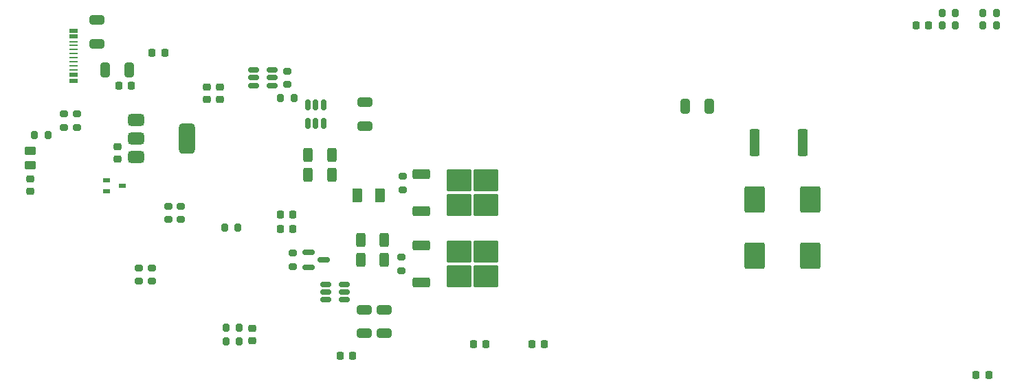
<source format=gbr>
%TF.GenerationSoftware,KiCad,Pcbnew,8.0.0-1.fc39*%
%TF.CreationDate,2024-03-15T22:49:02+01:00*%
%TF.ProjectId,pulsarPCB,70756c73-6172-4504-9342-2e6b69636164,rev?*%
%TF.SameCoordinates,Original*%
%TF.FileFunction,Paste,Top*%
%TF.FilePolarity,Positive*%
%FSLAX46Y46*%
G04 Gerber Fmt 4.6, Leading zero omitted, Abs format (unit mm)*
G04 Created by KiCad (PCBNEW 8.0.0-1.fc39) date 2024-03-15 22:49:02*
%MOMM*%
%LPD*%
G01*
G04 APERTURE LIST*
G04 Aperture macros list*
%AMRoundRect*
0 Rectangle with rounded corners*
0 $1 Rounding radius*
0 $2 $3 $4 $5 $6 $7 $8 $9 X,Y pos of 4 corners*
0 Add a 4 corners polygon primitive as box body*
4,1,4,$2,$3,$4,$5,$6,$7,$8,$9,$2,$3,0*
0 Add four circle primitives for the rounded corners*
1,1,$1+$1,$2,$3*
1,1,$1+$1,$4,$5*
1,1,$1+$1,$6,$7*
1,1,$1+$1,$8,$9*
0 Add four rect primitives between the rounded corners*
20,1,$1+$1,$2,$3,$4,$5,0*
20,1,$1+$1,$4,$5,$6,$7,0*
20,1,$1+$1,$6,$7,$8,$9,0*
20,1,$1+$1,$8,$9,$2,$3,0*%
G04 Aperture macros list end*
%ADD10RoundRect,0.218750X-0.218750X-0.256250X0.218750X-0.256250X0.218750X0.256250X-0.218750X0.256250X0*%
%ADD11RoundRect,0.225000X0.250000X-0.225000X0.250000X0.225000X-0.250000X0.225000X-0.250000X-0.225000X0*%
%ADD12RoundRect,0.225000X0.225000X0.250000X-0.225000X0.250000X-0.225000X-0.250000X0.225000X-0.250000X0*%
%ADD13RoundRect,0.225000X-0.250000X0.225000X-0.250000X-0.225000X0.250000X-0.225000X0.250000X0.225000X0*%
%ADD14RoundRect,0.250000X0.325000X0.650000X-0.325000X0.650000X-0.325000X-0.650000X0.325000X-0.650000X0*%
%ADD15RoundRect,0.250000X-0.312500X-0.625000X0.312500X-0.625000X0.312500X0.625000X-0.312500X0.625000X0*%
%ADD16RoundRect,0.250000X0.650000X-0.325000X0.650000X0.325000X-0.650000X0.325000X-0.650000X-0.325000X0*%
%ADD17RoundRect,0.200000X-0.200000X-0.275000X0.200000X-0.275000X0.200000X0.275000X-0.200000X0.275000X0*%
%ADD18RoundRect,0.250000X-0.850000X-0.350000X0.850000X-0.350000X0.850000X0.350000X-0.850000X0.350000X0*%
%ADD19RoundRect,0.250000X-1.275000X-1.125000X1.275000X-1.125000X1.275000X1.125000X-1.275000X1.125000X0*%
%ADD20RoundRect,0.200000X0.200000X0.275000X-0.200000X0.275000X-0.200000X-0.275000X0.200000X-0.275000X0*%
%ADD21R,0.950000X0.500000*%
%ADD22RoundRect,0.250000X0.312500X0.625000X-0.312500X0.625000X-0.312500X-0.625000X0.312500X-0.625000X0*%
%ADD23RoundRect,0.200000X-0.275000X0.200000X-0.275000X-0.200000X0.275000X-0.200000X0.275000X0.200000X0*%
%ADD24RoundRect,0.250000X1.000000X-1.400000X1.000000X1.400000X-1.000000X1.400000X-1.000000X-1.400000X0*%
%ADD25RoundRect,0.150000X-0.150000X0.512500X-0.150000X-0.512500X0.150000X-0.512500X0.150000X0.512500X0*%
%ADD26RoundRect,0.150000X0.512500X0.150000X-0.512500X0.150000X-0.512500X-0.150000X0.512500X-0.150000X0*%
%ADD27RoundRect,0.150000X-0.512500X-0.150000X0.512500X-0.150000X0.512500X0.150000X-0.512500X0.150000X0*%
%ADD28RoundRect,0.200000X0.275000X-0.200000X0.275000X0.200000X-0.275000X0.200000X-0.275000X-0.200000X0*%
%ADD29RoundRect,0.250000X-0.450000X0.262500X-0.450000X-0.262500X0.450000X-0.262500X0.450000X0.262500X0*%
%ADD30R,1.000000X0.520000*%
%ADD31R,1.000000X0.270000*%
%ADD32RoundRect,0.150000X-0.587500X-0.150000X0.587500X-0.150000X0.587500X0.150000X-0.587500X0.150000X0*%
%ADD33RoundRect,0.250000X-0.375000X-0.625000X0.375000X-0.625000X0.375000X0.625000X-0.375000X0.625000X0*%
%ADD34RoundRect,0.250000X-0.325000X-0.650000X0.325000X-0.650000X0.325000X0.650000X-0.325000X0.650000X0*%
%ADD35RoundRect,0.250000X-0.362500X-1.425000X0.362500X-1.425000X0.362500X1.425000X-0.362500X1.425000X0*%
%ADD36RoundRect,0.375000X-0.625000X-0.375000X0.625000X-0.375000X0.625000X0.375000X-0.625000X0.375000X0*%
%ADD37RoundRect,0.500000X-0.500000X-1.400000X0.500000X-1.400000X0.500000X1.400000X-0.500000X1.400000X0*%
G04 APERTURE END LIST*
D10*
%TO.C,D8*%
X182987500Y-60800000D03*
X184562500Y-60800000D03*
%TD*%
%TO.C,D6*%
X199412500Y-59400000D03*
X200987500Y-59400000D03*
%TD*%
%TO.C,D5*%
X261333267Y-63200000D03*
X262908267Y-63200000D03*
%TD*%
%TO.C,D4*%
X206612500Y-59400000D03*
X208187500Y-59400000D03*
%TD*%
D11*
%TO.C,C20*%
X155600000Y-36575000D03*
X155600000Y-35025000D03*
%TD*%
D12*
%TO.C,C19*%
X157275000Y-27500000D03*
X155725000Y-27500000D03*
%TD*%
D13*
%TO.C,C15*%
X168200000Y-27625000D03*
X168200000Y-29175000D03*
%TD*%
%TO.C,C14*%
X166600000Y-27625000D03*
X166600000Y-29175000D03*
%TD*%
%TO.C,C27*%
X172132500Y-57455000D03*
X172132500Y-59005000D03*
%TD*%
D12*
%TO.C,C9*%
X255500000Y-20000000D03*
X253950000Y-20000000D03*
%TD*%
D14*
%TO.C,C4*%
X228475000Y-30000000D03*
X225525000Y-30000000D03*
%TD*%
D15*
%TO.C,R4*%
X179037500Y-38500000D03*
X181962500Y-38500000D03*
%TD*%
D16*
%TO.C,C23*%
X185988485Y-58075000D03*
X185988485Y-55125000D03*
%TD*%
D17*
%TO.C,R9*%
X257175000Y-20000000D03*
X258825000Y-20000000D03*
%TD*%
D18*
%TO.C,Q3*%
X193000000Y-47245000D03*
D19*
X197625000Y-48000000D03*
X197625000Y-51050000D03*
X200975000Y-48000000D03*
X200975000Y-51050000D03*
D18*
X193000000Y-51805000D03*
%TD*%
D17*
%TO.C,R11*%
X168750000Y-45000000D03*
X170400000Y-45000000D03*
%TD*%
D20*
%TO.C,R33*%
X263825000Y-20000000D03*
X262175000Y-20000000D03*
%TD*%
D10*
%TO.C,D11*%
X159825000Y-23400000D03*
X161400000Y-23400000D03*
%TD*%
D12*
%TO.C,C6*%
X177175000Y-45200000D03*
X175625000Y-45200000D03*
%TD*%
D21*
%TO.C,D12*%
X154200000Y-39200000D03*
X154200000Y-40500000D03*
X156150000Y-39850000D03*
%TD*%
D22*
%TO.C,R5*%
X181962500Y-36000000D03*
X179037500Y-36000000D03*
%TD*%
D23*
%TO.C,R20*%
X190500000Y-48675000D03*
X190500000Y-50325000D03*
%TD*%
D24*
%TO.C,D3*%
X234100000Y-48500000D03*
X240900000Y-48500000D03*
%TD*%
D16*
%TO.C,C3*%
X186025000Y-32475000D03*
X186025000Y-29525000D03*
%TD*%
D17*
%TO.C,R6*%
X175675000Y-29000000D03*
X177325000Y-29000000D03*
%TD*%
D15*
%TO.C,R23*%
X185537500Y-49000000D03*
X188462500Y-49000000D03*
%TD*%
D25*
%TO.C,U2*%
X180950000Y-29862500D03*
X180000000Y-29862500D03*
X179050000Y-29862500D03*
X179050000Y-32137500D03*
X180000000Y-32137500D03*
X180950000Y-32137500D03*
%TD*%
D16*
%TO.C,C24*%
X188400000Y-58075000D03*
X188400000Y-55125000D03*
%TD*%
D26*
%TO.C,U4*%
X174637500Y-27450000D03*
X174637500Y-26500000D03*
X174637500Y-25550000D03*
X172362500Y-25550000D03*
X172362500Y-26500000D03*
X172362500Y-27450000D03*
%TD*%
D27*
%TO.C,U3*%
X181225000Y-52000000D03*
X181225000Y-52950000D03*
X181225000Y-53900000D03*
X183500000Y-53900000D03*
X183500000Y-52950000D03*
X183500000Y-52000000D03*
%TD*%
D28*
%TO.C,R42*%
X159800000Y-51625000D03*
X159800000Y-49975000D03*
%TD*%
D29*
%TO.C,R49*%
X144800000Y-35487500D03*
X144800000Y-37312500D03*
%TD*%
D20*
%TO.C,R8*%
X258825000Y-18500000D03*
X257175000Y-18500000D03*
%TD*%
D23*
%TO.C,R53*%
X150600000Y-30975000D03*
X150600000Y-32625000D03*
%TD*%
D16*
%TO.C,C30*%
X153000000Y-22275000D03*
X153000000Y-19325000D03*
%TD*%
D17*
%TO.C,R27*%
X168950000Y-57400000D03*
X170600000Y-57400000D03*
%TD*%
D11*
%TO.C,C26*%
X144800000Y-40550000D03*
X144800000Y-39000000D03*
%TD*%
D23*
%TO.C,R43*%
X163400000Y-42375000D03*
X163400000Y-44025000D03*
%TD*%
D30*
%TO.C,J7*%
X150175000Y-20670000D03*
X150175000Y-21420000D03*
D31*
X150175000Y-22020000D03*
X150175000Y-23520000D03*
X150175000Y-24520000D03*
X150175000Y-25520000D03*
D30*
X150175000Y-26120000D03*
X150175000Y-26870000D03*
X150175000Y-26870000D03*
X150175000Y-26120000D03*
D31*
X150175000Y-25020000D03*
X150175000Y-24020000D03*
X150175000Y-23020000D03*
X150175000Y-22520000D03*
D30*
X150175000Y-21420000D03*
X150175000Y-20670000D03*
%TD*%
D32*
%TO.C,Q4*%
X179125000Y-48050000D03*
X179125000Y-49950000D03*
X181000000Y-49000000D03*
%TD*%
D17*
%TO.C,R48*%
X145350000Y-33600000D03*
X147000000Y-33600000D03*
%TD*%
D28*
%TO.C,R40*%
X161800000Y-44025000D03*
X161800000Y-42375000D03*
%TD*%
D12*
%TO.C,C5*%
X177200000Y-43400000D03*
X175650000Y-43400000D03*
%TD*%
D20*
%TO.C,R28*%
X170600000Y-59030000D03*
X168950000Y-59030000D03*
%TD*%
D28*
%TO.C,R1*%
X176500000Y-27325000D03*
X176500000Y-25675000D03*
%TD*%
%TO.C,R52*%
X149000000Y-32625000D03*
X149000000Y-30975000D03*
%TD*%
D33*
%TO.C,F1*%
X185100000Y-41000000D03*
X187900000Y-41000000D03*
%TD*%
D22*
%TO.C,R24*%
X188462500Y-46500000D03*
X185537500Y-46500000D03*
%TD*%
D18*
%TO.C,Q2*%
X193000000Y-38380000D03*
D19*
X197625000Y-39135000D03*
X197625000Y-42185000D03*
X200975000Y-39135000D03*
X200975000Y-42185000D03*
D18*
X193000000Y-42940000D03*
%TD*%
D24*
%TO.C,D7*%
X234100000Y-41500000D03*
X240900000Y-41500000D03*
%TD*%
D34*
%TO.C,C21*%
X154025000Y-25500000D03*
X156975000Y-25500000D03*
%TD*%
D28*
%TO.C,R26*%
X177175000Y-49825000D03*
X177175000Y-48175000D03*
%TD*%
D35*
%TO.C,R3*%
X234037500Y-34500000D03*
X239962500Y-34500000D03*
%TD*%
D36*
%TO.C,U5*%
X157850000Y-31700000D03*
X157850000Y-34000000D03*
D37*
X164150000Y-34000000D03*
D36*
X157850000Y-36300000D03*
%TD*%
D28*
%TO.C,R19*%
X190675000Y-40325000D03*
X190675000Y-38675000D03*
%TD*%
%TO.C,R41*%
X158200000Y-51625000D03*
X158200000Y-49975000D03*
%TD*%
D17*
%TO.C,R34*%
X262175000Y-18500000D03*
X263825000Y-18500000D03*
%TD*%
M02*

</source>
